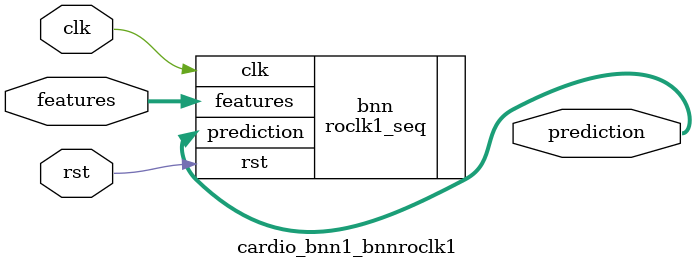
<source format=v>













module cardio_bnn1_bnnroclk1 #(

parameter FEAT_CNT = 19,
parameter HIDDEN_CNT = 40,
parameter FEAT_BITS = 4,
parameter CLASS_CNT = 3,
parameter TEST_CNT = 1000


  ) (
  input clk,
  input rst,
  input [FEAT_CNT*FEAT_BITS-1:0] features,
  output [$clog2(CLASS_CNT)-1:0] prediction
  );

  localparam Weights0 = 760'b0000011011111100100011101010010000101011000001110111011001000001001000110000111101101000110100100011001000110001010010010100000010100011010111011011101110101010101110011100110100000011000000001011000010110101111110000101100111100000111010111101011100000011110111010000010010010110100011110010111010100010011000001100011000110011100010000001000111001010111001010110100000001000000110000111000100001010011111100000111010111000011011010101001110100100001011101110010000010010101000111101011000101100000000011011101000010000000110011110101001111111001000110000000101001000011000101001101010101011101101011010101100110010001111011001000101101100110001101001000010001110101101101101101110101100101111000110001001010100100101000101011100100101010100111101000110101011 ;
  localparam Weights1 = 120'b101010000001111100000011001000100011100111001011000110110011011101101001101001110100101100111001001101110110000110110011 ;

  roclk1_seq #(.FEAT_CNT(FEAT_CNT),.FEAT_BITS(FEAT_BITS),.HIDDEN_CNT(HIDDEN_CNT),.CLASS_CNT(CLASS_CNT),.Weights0(Weights0),.Weights1(Weights1)) bnn (
    .clk(clk),
    .rst(rst),
    .features(features),
    .prediction(prediction)
  );

endmodule

</source>
